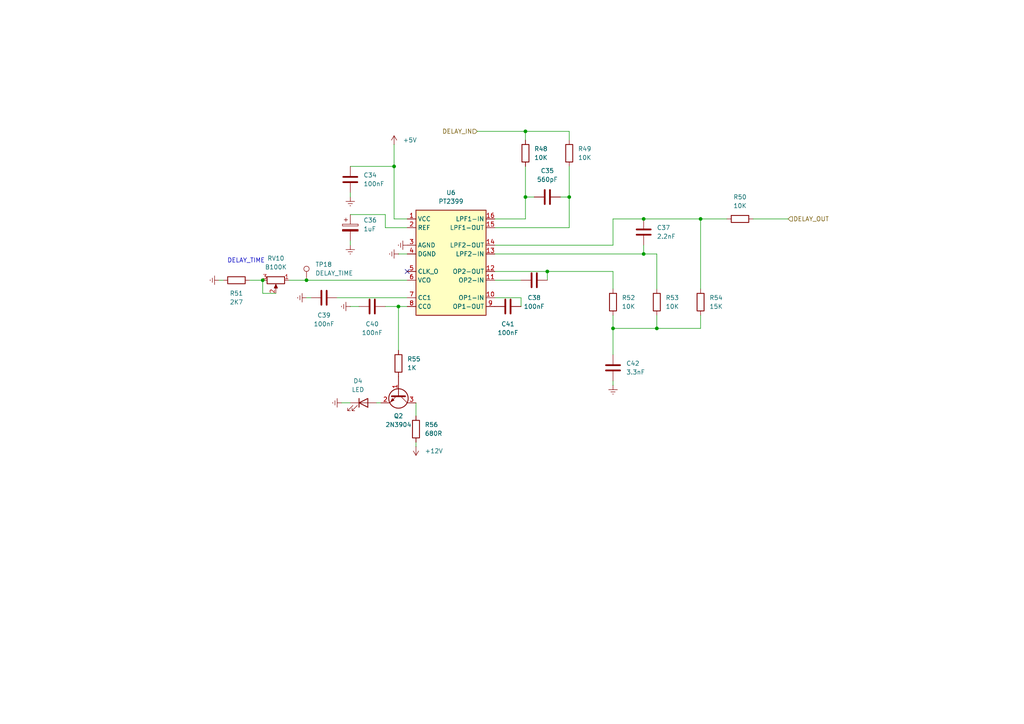
<source format=kicad_sch>
(kicad_sch (version 20231120) (generator "eeschema") (generator_version "8.0")
  (paper "A4")
  (lib_symbols
    (symbol "Audio:PT2399"
      (property "Reference" "U" (at 0 17.78 0))
      (property "Value" "PT2399" (at 0 -17.78 0))
      (symbol "PT2399_0_1"
        (rectangle (start -10.16 15.24) (end 10.16 -15.24) (stroke (width 0.254)) (fill (type background)))
      )
      (symbol "PT2399_1_1"
        (pin power_in line (at -12.7 12.7 0) (length 2.54) (name "VCC") (number "1"))
        (pin input line (at 12.7 -10.16 180) (length 2.54) (name "OP1-IN") (number "10"))
        (pin input line (at 12.7 -5.08 180) (length 2.54) (name "OP2-IN") (number "11"))
        (pin output line (at 12.7 -2.54 180) (length 2.54) (name "OP2-OUT") (number "12"))
        (pin input line (at 12.7 2.54 180) (length 2.54) (name "LPF2-IN") (number "13"))
        (pin output line (at 12.7 5.08 180) (length 2.54) (name "LPF2-OUT") (number "14"))
        (pin output line (at 12.7 10.16 180) (length 2.54) (name "LPF1-OUT") (number "15"))
        (pin input line (at 12.7 12.7 180) (length 2.54) (name "LPF1-IN") (number "16"))
        (pin passive line (at -12.7 10.16 0) (length 2.54) (name "REF") (number "2"))
        (pin power_in line (at -12.7 5.08 0) (length 2.54) (name "AGND") (number "3"))
        (pin power_in line (at -12.7 2.54 0) (length 2.54) (name "DGND") (number "4"))
        (pin passive line (at -12.7 -2.54 0) (length 2.54) (name "CLK_O") (number "5"))
        (pin passive line (at -12.7 -5.08 0) (length 2.54) (name "VCO") (number "6"))
        (pin passive line (at -12.7 -10.16 0) (length 2.54) (name "CC1") (number "7"))
        (pin passive line (at -12.7 -12.7 0) (length 2.54) (name "CC0") (number "8"))
        (pin output line (at 12.7 -12.7 180) (length 2.54) (name "OP1-OUT") (number "9"))
      )
    )
    (symbol "Connector:TestPoint" (pin_numbers hide) (pin_names (offset 0.762) hide)
      (property "Reference" "TP" (at 0 6.858 0))
      (property "Value" "TestPoint" (at 0 5.08 0))
      (symbol "TestPoint_0_1"
        (circle (center 0 3.302) (radius 0.762))
      )
      (symbol "TestPoint_1_1"
        (pin passive line (at 0 0 90) (length 2.54) (name "1") (number "1"))
      )
    )
    (symbol "Device:C" (pin_numbers hide) (pin_names (offset 0.254))
      (property "Reference" "C" (at 0.635 2.54 0))
      (property "Value" "C" (at 0.635 -2.54 0))
      (symbol "C_0_1"
        (polyline (pts (xy -2.032 -0.762) (xy 2.032 -0.762)) (stroke (width 0.508)))
        (polyline (pts (xy -2.032 0.762) (xy 2.032 0.762)) (stroke (width 0.508)))
      )
      (symbol "C_1_1"
        (pin passive line (at 0 3.81 270) (length 2.794) (name "~") (number "1"))
        (pin passive line (at 0 -3.81 90) (length 2.794) (name "~") (number "2"))
      )
    )
    (symbol "Device:C_Polarized" (pin_numbers hide) (pin_names (offset 0.254))
      (property "Reference" "C" (at 0.635 2.54 0))
      (property "Value" "C_Polarized" (at 0.635 -2.54 0))
      (symbol "C_Polarized_0_1"
        (rectangle (start -2.286 0.508) (end 2.286 1.016))
        (polyline (pts (xy -1.778 2.286) (xy -0.762 2.286)))
        (polyline (pts (xy -1.27 2.794) (xy -1.27 1.778)))
        (rectangle (start 2.286 -0.508) (end -2.286 -1.016) (fill (type outline)))
      )
      (symbol "C_Polarized_1_1"
        (pin passive line (at 0 3.81 270) (length 2.794) (name "~") (number "1"))
        (pin passive line (at 0 -3.81 90) (length 2.794) (name "~") (number "2"))
      )
    )
    (symbol "Device:R" (pin_numbers hide) (pin_names (offset 0))
      (property "Reference" "R" (at 2.032 0 90))
      (property "Value" "R" (at 0 0 90))
      (symbol "R_0_1"
        (rectangle (start -1.016 -2.54) (end 1.016 2.54) (stroke (width 0.254)))
      )
      (symbol "R_1_1"
        (pin passive line (at 0 3.81 270) (length 1.27) (name "~") (number "1"))
        (pin passive line (at 0 -3.81 90) (length 1.27) (name "~") (number "2"))
      )
    )
    (symbol "Transistor_BJT:MMBT3904" (pin_names (offset 0) hide)
      (property "Reference" "Q" (at 5.08 1.905 0))
      (property "Value" "MMBT3904" (at 5.08 0 0))
      (symbol "MMBT3904_0_1"
        (polyline (pts (xy 0.635 0.635) (xy 2.54 2.54)))
        (polyline (pts (xy 0.635 -0.635) (xy 2.54 -2.54) (xy 2.54 -2.54)))
        (polyline (pts (xy 0.635 1.905) (xy 0.635 -1.905) (xy 0.635 -1.905)) (stroke (width 0.508)))
        (polyline (pts (xy 1.27 -1.778) (xy 1.778 -1.27) (xy 2.286 -2.286) (xy 1.27 -1.778) (xy 1.27 -1.778)) (fill (type outline)))
        (circle (center 1.27 0) (radius 2.8194) (stroke (width 0.254)))
      )
      (symbol "MMBT3904_1_1"
        (pin input line (at -5.08 0 0) (length 5.715) (name "B") (number "1"))
        (pin passive line (at 2.54 -5.08 90) (length 2.54) (name "E") (number "2"))
        (pin passive line (at 2.54 5.08 270) (length 2.54) (name "C") (number "3"))
      )
    )
    (symbol "power:+12V" (power) (pin_numbers hide) (pin_names (offset 0) hide)
      (property "Value" "+12V" (at 0 3.556 0))
      (symbol "+12V_0_1"
        (polyline (pts (xy -0.762 1.27) (xy 0 2.54)))
        (polyline (pts (xy 0 0) (xy 0 2.54)))
        (polyline (pts (xy 0 2.54) (xy 0.762 1.27)))
      )
      (symbol "+12V_1_1"
        (pin power_in line (at 0 0 90) (length 0) (name "~") (number "1"))
      )
    )
    (symbol "power:+5V" (power) (pin_numbers hide) (pin_names (offset 0) hide)
      (property "Value" "+5V" (at 0 3.556 0))
      (symbol "+5V_0_1"
        (polyline (pts (xy -0.762 1.27) (xy 0 2.54)))
        (polyline (pts (xy 0 0) (xy 0 2.54)))
        (polyline (pts (xy 0 2.54) (xy 0.762 1.27)))
      )
      (symbol "+5V_1_1"
        (pin power_in line (at 0 0 90) (length 0) (name "~") (number "1"))
      )
    )
    (symbol "power:GNDREF" (power) (pin_numbers hide) (pin_names (offset 0) hide)
      (property "Value" "GNDREF" (at 0 -3.81 0))
      (symbol "GNDREF_0_1"
        (polyline (pts (xy -0.635 -1.905) (xy 0.635 -1.905)))
        (polyline (pts (xy -0.127 -2.54) (xy 0.127 -2.54)))
        (polyline (pts (xy 0 -1.27) (xy 0 0)))
        (polyline (pts (xy 1.27 -1.27) (xy -1.27 -1.27)))
      )
      (symbol "GNDREF_1_1"
        (pin power_in line (at 0 0 270) (length 0) (name "~") (number "1"))
      )
    )
    (symbol "synth:LED (3mm)" (pin_numbers hide) (pin_names (offset 1.016) hide)
      (property "Reference" "D" (at 0 2.54 0))
      (property "Value" "LED" (at 0 -2.54 0))
      (symbol "LED (3mm)_0_1"
        (polyline (pts (xy -1.27 -1.27) (xy -1.27 1.27)) (stroke (width 0.254)))
        (polyline (pts (xy -1.27 0) (xy 1.27 0)))
        (polyline (pts (xy 1.27 -1.27) (xy 1.27 1.27) (xy -1.27 0) (xy 1.27 -1.27)) (stroke (width 0.254)))
        (polyline (pts (xy -3.048 -0.762) (xy -4.572 -2.286) (xy -3.81 -2.286) (xy -4.572 -2.286) (xy -4.572 -1.524)))
        (polyline (pts (xy -1.778 -0.762) (xy -3.302 -2.286) (xy -2.54 -2.286) (xy -3.302 -2.286) (xy -3.302 -1.524)))
      )
      (symbol "LED (3mm)_1_1"
        (pin passive line (at -3.81 0 0) (length 2.54) (name "K") (number "1"))
        (pin passive line (at 3.81 0 180) (length 2.54) (name "A") (number "2"))
      )
    )
    (symbol "synth:R_Potentiometer (P0915N)" (pin_names (offset 1.016) hide)
      (property "Reference" "RV" (at -4.445 0 90))
      (property "Value" "R_Potentiometer" (at -2.54 0 90))
      (symbol "R_Potentiometer (P0915N)_0_1"
        (rectangle (start -1.016 2.54) (end 1.016 -2.54) (stroke (width 0.254)))
        (polyline (pts (xy 2.54 0) (xy 1.524 0)))
        (polyline (pts (xy 1.143 0) (xy 2.286 0.508) (xy 2.286 -0.508) (xy 1.143 0)) (fill (type outline)))
      )
      (symbol "R_Potentiometer (P0915N)_1_1"
        (pin passive line (at 0 3.81 270) (length 1.27) (name "1") (number "1"))
        (pin passive line (at 3.81 0 180) (length 1.27) (name "2") (number "2"))
        (pin passive line (at 0 -3.81 90) (length 1.27) (name "3") (number "3"))
      )
    )
  )
  (junction (at 165.1 57.15))
  (junction (at 114.3 48.26))
  (junction (at 76.2 81.28))
  (junction (at 152.4 57.15))
  (junction (at 186.69 63.5))
  (junction (at 88.9 81.28))
  (junction (at 177.8 95.25))
  (junction (at 115.57 88.9))
  (junction (at 152.4 38.1))
  (junction (at 203.2 63.5))
  (junction (at 190.5 95.25))
  (junction (at 186.69 73.66))
  (junction (at 158.75 78.74))
  (no_connect (at 118.11 78.74))
  (wire (pts (xy 151.13 86.36) (xy 151.13 88.9)))
  (wire (pts (xy 114.3 41.91) (xy 114.3 48.26)))
  (wire (pts (xy 80.01 85.09) (xy 76.2 85.09)))
  (wire (pts (xy 177.8 102.87) (xy 177.8 95.25)))
  (wire (pts (xy 165.1 57.15) (xy 165.1 66.04)))
  (wire (pts (xy 120.65 128.27) (xy 120.65 129.54)))
  (wire (pts (xy 111.76 66.04) (xy 118.11 66.04)))
  (wire (pts (xy 111.76 66.04) (xy 111.76 62.23)))
  (wire (pts (xy 110.49 116.84) (xy 109.22 116.84)))
  (wire (pts (xy 143.51 71.12) (xy 177.8 71.12)))
  (wire (pts (xy 203.2 95.25) (xy 190.5 95.25)))
  (wire (pts (xy 115.57 88.9) (xy 118.11 88.9)))
  (wire (pts (xy 203.2 63.5) (xy 186.69 63.5)))
  (wire (pts (xy 114.3 63.5) (xy 118.11 63.5)))
  (wire (pts (xy 152.4 48.26) (xy 152.4 57.15)))
  (wire (pts (xy 165.1 38.1) (xy 165.1 40.64)))
  (wire (pts (xy 101.6 71.12) (xy 101.6 69.85)))
  (wire (pts (xy 186.69 71.12) (xy 186.69 73.66)))
  (wire (pts (xy 190.5 95.25) (xy 177.8 95.25)))
  (wire (pts (xy 111.76 88.9) (xy 115.57 88.9)))
  (wire (pts (xy 120.65 120.65) (xy 120.65 116.84)))
  (wire (pts (xy 76.2 81.28) (xy 72.39 81.28)))
  (wire (pts (xy 158.75 78.74) (xy 143.51 78.74)))
  (wire (pts (xy 152.4 57.15) (xy 152.4 63.5)))
  (wire (pts (xy 177.8 78.74) (xy 158.75 78.74)))
  (wire (pts (xy 101.6 116.84) (xy 99.06 116.84)))
  (wire (pts (xy 151.13 81.28) (xy 143.51 81.28)))
  (wire (pts (xy 203.2 63.5) (xy 203.2 83.82)))
  (wire (pts (xy 83.82 81.28) (xy 88.9 81.28)))
  (wire (pts (xy 151.13 86.36) (xy 143.51 86.36)))
  (wire (pts (xy 165.1 48.26) (xy 165.1 57.15)))
  (wire (pts (xy 165.1 57.15) (xy 162.56 57.15)))
  (wire (pts (xy 152.4 57.15) (xy 154.94 57.15)))
  (wire (pts (xy 63.5 81.28) (xy 64.77 81.28)))
  (wire (pts (xy 177.8 110.49) (xy 177.8 111.76)))
  (wire (pts (xy 177.8 95.25) (xy 177.8 91.44)))
  (wire (pts (xy 190.5 91.44) (xy 190.5 95.25)))
  (wire (pts (xy 165.1 38.1) (xy 152.4 38.1)))
  (wire (pts (xy 115.57 73.66) (xy 118.11 73.66)))
  (wire (pts (xy 177.8 71.12) (xy 177.8 63.5)))
  (wire (pts (xy 152.4 38.1) (xy 138.43 38.1)))
  (wire (pts (xy 101.6 48.26) (xy 114.3 48.26)))
  (wire (pts (xy 118.11 86.36) (xy 97.79 86.36)))
  (wire (pts (xy 101.6 57.15) (xy 101.6 55.88)))
  (wire (pts (xy 186.69 73.66) (xy 143.51 73.66)))
  (wire (pts (xy 111.76 62.23) (xy 101.6 62.23)))
  (wire (pts (xy 218.44 63.5) (xy 228.6 63.5)))
  (wire (pts (xy 152.4 63.5) (xy 143.51 63.5)))
  (wire (pts (xy 114.3 48.26) (xy 114.3 63.5)))
  (wire (pts (xy 203.2 63.5) (xy 210.82 63.5)))
  (wire (pts (xy 88.9 86.36) (xy 90.17 86.36)))
  (wire (pts (xy 152.4 38.1) (xy 152.4 40.64)))
  (wire (pts (xy 190.5 73.66) (xy 190.5 83.82)))
  (wire (pts (xy 158.75 78.74) (xy 158.75 81.28)))
  (wire (pts (xy 203.2 91.44) (xy 203.2 95.25)))
  (wire (pts (xy 165.1 66.04) (xy 143.51 66.04)))
  (wire (pts (xy 76.2 85.09) (xy 76.2 81.28)))
  (wire (pts (xy 177.8 78.74) (xy 177.8 83.82)))
  (wire (pts (xy 115.57 101.6) (xy 115.57 88.9)))
  (wire (pts (xy 118.11 81.28) (xy 88.9 81.28)))
  (wire (pts (xy 101.6 88.9) (xy 104.14 88.9)))
  (wire (pts (xy 186.69 63.5) (xy 177.8 63.5)))
  (wire (pts (xy 190.5 73.66) (xy 186.69 73.66)))
  (text "DELAY_TIME" (at 71.374 75.692 0) (effects (font (size 1.27 1.27))))
  (hierarchical_label "DELAY_OUT" (shape input) (at 228.6 63.5 0))
  (hierarchical_label "DELAY_IN" (shape input) (at 138.43 38.1 180))
  (symbol (lib_id "Device:C") (at 177.8 106.68 0) (unit 1)
    (property "Reference" "C42" (at 181.61 105.4099 0) (effects (justify left)))
    (property "Value" "3.3nF" (at 181.61 107.9499 0) (effects (justify left)))
    (property "Footprint" "Capacitor_SMD:C_0805_2012Metric_Pad1.18x1.45mm_HandSolder" (effects (hide yes)))
    (property "Description" "Unpolarized capacitor" (effects (hide yes)))
    (instances (project "ricochet" (path "" (reference "C42") (unit 1)) (path "" (reference "C28") (unit 1))))
  )
  (symbol (lib_id "synth:R_Potentiometer (P0915N)") (at 80.01 81.28 270) (unit 1)
    (property "Reference" "RV10" (at 80.01 74.93 90))
    (property "Value" "B100K" (at 80.01 77.47 90))
    (property "Footprint" "Synth:Potentiometer_TT_P0915N" (effects (hide yes)))
    (property "Description" "Potentiometer" (effects (hide yes)))
    (instances (project "ricochet" (path "" (reference "RV10") (unit 1)) (path "" (reference "RV6") (unit 1))))
  )
  (symbol (lib_id "Audio:PT2399") (at 130.81 76.2 0) (unit 1)
    (property "Reference" "U6" (at 130.81 55.88 0))
    (property "Value" "PT2399" (at 130.81 58.42 0))
    (property "Footprint" "Synth:SOIC-16" (effects (hide yes)))
    (property "Datasheet" "http://www.princeton.com.tw/Portals/0/Product/PT2399_1.pdf" (effects (hide yes)))
    (property "Description" "Echo Processor IC, DIP-16" (effects (hide yes)))
    (instances (project "ricochet" (path "" (reference "U6") (unit 1)) (path "" (reference "U5") (unit 1))))
  )
  (symbol (lib_id "power:GNDREF") (at 118.11 71.12 270) (unit 1)
    (property "Reference" "#PWR061" (effects (hide yes)))
    (property "Value" "GNDREF" (effects (hide yes)))
    (property "Description" "Power symbol creates a global label with name \"GNDREF\" , reference supply ground" (effects (hide yes)))
    (instances (project "ricochet" (path "" (reference "#PWR061") (unit 1)) (path "" (reference "#PWR043") (unit 1))))
  )
  (symbol (lib_id "Device:R") (at 177.8 87.63 180) (unit 1)
    (property "Reference" "R52" (at 180.34 86.3599 0) (effects (justify right)))
    (property "Value" "10K" (at 180.34 88.8999 0) (effects (justify right)))
    (property "Footprint" "Resistor_SMD:R_0805_2012Metric_Pad1.20x1.40mm_HandSolder" (effects (hide yes)))
    (property "Description" "Resistor" (effects (hide yes)))
    (instances (project "ricochet" (path "" (reference "R52") (unit 1)) (path "" (reference "R26") (unit 1))))
  )
  (symbol (lib_id "Device:R") (at 120.65 124.46 0) (unit 1)
    (property "Reference" "R56" (at 123.19 123.1899 0) (effects (justify left)))
    (property "Value" "680R" (at 123.19 125.7299 0) (effects (justify left)))
    (property "Footprint" "Resistor_SMD:R_0805_2012Metric_Pad1.20x1.40mm_HandSolder" (effects (hide yes)))
    (property "Description" "Resistor" (effects (hide yes)))
    (instances (project "ricochet" (path "" (reference "R56") (unit 1)) (path "" (reference "R30") (unit 1))))
  )
  (symbol (lib_id "Device:C") (at 101.6 52.07 180) (unit 1)
    (property "Reference" "C34" (at 105.41 50.7999 0) (effects (justify right)))
    (property "Value" "100nF" (at 105.41 53.3399 0) (effects (justify right)))
    (property "Footprint" "Capacitor_SMD:C_0805_2012Metric_Pad1.18x1.45mm_HandSolder" (effects (hide yes)))
    (property "Description" "Unpolarized capacitor" (effects (hide yes)))
    (instances (project "ricochet" (path "" (reference "C34") (unit 1)) (path "" (reference "C20") (unit 1))))
  )
  (symbol (lib_id "Device:C") (at 107.95 88.9 270) (unit 1)
    (property "Reference" "C40" (at 107.95 93.98 90))
    (property "Value" "100nF" (at 107.95 96.52 90))
    (property "Footprint" "Capacitor_SMD:C_0805_2012Metric_Pad1.18x1.45mm_HandSolder" (effects (hide yes)))
    (property "Description" "Unpolarized capacitor" (effects (hide yes)))
    (instances (project "ricochet" (path "" (reference "C40") (unit 1)) (path "" (reference "C26") (unit 1))))
  )
  (symbol (lib_id "Device:C") (at 186.69 67.31 0) (unit 1)
    (property "Reference" "C37" (at 190.5 66.0399 0) (effects (justify left)))
    (property "Value" "2.2nF" (at 190.5 68.5799 0) (effects (justify left)))
    (property "Footprint" "Capacitor_SMD:C_0805_2012Metric_Pad1.18x1.45mm_HandSolder" (effects (hide yes)))
    (property "Description" "Unpolarized capacitor" (effects (hide yes)))
    (instances (project "ricochet" (path "" (reference "C37") (unit 1)) (path "" (reference "C23") (unit 1))))
  )
  (symbol (lib_id "synth:LED (3mm)") (at 105.41 116.84 0) (unit 1)
    (property "Reference" "D4" (at 103.8225 110.49 0))
    (property "Value" "LED" (at 103.8225 113.03 0))
    (property "Footprint" "Synth:LED_D3.0mm" (effects (hide yes)))
    (property "Description" "Light emitting diode" (effects (hide yes)))
    (instances (project "ricochet" (path "" (reference "D4") (unit 1)) (path "" (reference "D3") (unit 1))))
  )
  (symbol (lib_id "Device:R") (at 152.4 44.45 0) (unit 1)
    (property "Reference" "R48" (at 154.94 43.1799 0) (effects (justify left)))
    (property "Value" "10K" (at 154.94 45.7199 0) (effects (justify left)))
    (property "Footprint" "Resistor_SMD:R_0805_2012Metric_Pad1.20x1.40mm_HandSolder" (effects (hide yes)))
    (property "Description" "Resistor" (effects (hide yes)))
    (instances (project "ricochet" (path "" (reference "R48") (unit 1)) (path "" (reference "R22") (unit 1))))
  )
  (symbol (lib_id "power:GNDREF") (at 88.9 86.36 270) (unit 1)
    (property "Reference" "#PWR064" (effects (hide yes)))
    (property "Value" "GNDREF" (effects (hide yes)))
    (property "Description" "Power symbol creates a global label with name \"GNDREF\" , reference supply ground" (effects (hide yes)))
    (instances (project "ricochet" (path "" (reference "#PWR064") (unit 1)) (path "" (reference "#PWR046") (unit 1))))
  )
  (symbol (lib_id "Connector:TestPoint") (at 88.9 81.28 0) (unit 1) (in_bom no)
    (property "Reference" "TP18" (at 91.44 76.7079 0) (effects (justify left)))
    (property "Value" "DELAY_TIME" (at 91.44 79.2479 0) (effects (justify left)))
    (property "Footprint" "Connector_Pin:Pin_D1.0mm_L10.0mm" (effects (hide yes)))
    (property "Description" "test point" (effects (hide yes)))
    (instances (project "ricochet" (path "" (reference "TP18") (unit 1)) (path "" (reference "TP17") (unit 1))))
  )
  (symbol (lib_id "Transistor_BJT:MMBT3904") (at 115.57 114.3 270) (unit 1)
    (property "Reference" "Q2" (at 115.57 120.65 90))
    (property "Value" "2N3904" (at 115.57 123.19 90))
    (property "Footprint" "Package_TO_SOT_SMD:SOT-23" (effects (hide yes)))
    (property "Datasheet" "https://www.onsemi.com/pdf/datasheet/pzt3904-d.pdf" (effects (hide yes)))
    (property "Description" "0.2A Ic, 40V Vce, Small Signal NPN Transistor, SOT-23" (effects (hide yes)))
    (instances (project "ricochet" (path "" (reference "Q2") (unit 1)) (path "" (reference "Q1") (unit 1))))
  )
  (symbol (lib_id "Device:R") (at 190.5 87.63 180) (unit 1)
    (property "Reference" "R53" (at 193.04 86.3599 0) (effects (justify right)))
    (property "Value" "10K" (at 193.04 88.8999 0) (effects (justify right)))
    (property "Footprint" "Resistor_SMD:R_0805_2012Metric_Pad1.20x1.40mm_HandSolder" (effects (hide yes)))
    (property "Description" "Resistor" (effects (hide yes)))
    (instances (project "ricochet" (path "" (reference "R53") (unit 1)) (path "" (reference "R27") (unit 1))))
  )
  (symbol (lib_id "Device:C") (at 147.32 88.9 270) (unit 1)
    (property "Reference" "C41" (at 147.32 93.98 90))
    (property "Value" "100nF" (at 147.32 96.52 90))
    (property "Footprint" "Capacitor_SMD:C_0805_2012Metric_Pad1.18x1.45mm_HandSolder" (effects (hide yes)))
    (property "Description" "Unpolarized capacitor" (effects (hide yes)))
    (instances (project "ricochet" (path "" (reference "C41") (unit 1)) (path "" (reference "C27") (unit 1))))
  )
  (symbol (lib_id "Device:R") (at 115.57 105.41 0) (unit 1)
    (property "Reference" "R55" (at 118.11 104.1399 0) (effects (justify left)))
    (property "Value" "1K" (at 118.11 106.6799 0) (effects (justify left)))
    (property "Footprint" "Resistor_SMD:R_0805_2012Metric_Pad1.20x1.40mm_HandSolder" (effects (hide yes)))
    (property "Description" "Resistor" (effects (hide yes)))
    (instances (project "ricochet" (path "" (reference "R55") (unit 1)) (path "" (reference "R29") (unit 1))))
  )
  (symbol (lib_id "power:GNDREF") (at 99.06 116.84 270) (unit 1)
    (property "Reference" "#PWR067" (effects (hide yes)))
    (property "Value" "GNDREF" (effects (hide yes)))
    (property "Description" "Power symbol creates a global label with name \"GNDREF\" , reference supply ground" (effects (hide yes)))
    (instances (project "ricochet" (path "" (reference "#PWR067") (unit 1)) (path "" (reference "#PWR049") (unit 1))))
  )
  (symbol (lib_id "Device:C") (at 158.75 57.15 90) (unit 1)
    (property "Reference" "C35" (at 158.75 49.53 90))
    (property "Value" "560pF" (at 158.75 52.07 90))
    (property "Footprint" "Capacitor_SMD:C_0805_2012Metric_Pad1.18x1.45mm_HandSolder" (effects (hide yes)))
    (property "Description" "Unpolarized capacitor" (effects (hide yes)))
    (instances (project "ricochet" (path "" (reference "C35") (unit 1)) (path "" (reference "C21") (unit 1))))
  )
  (symbol (lib_id "power:GNDREF") (at 115.57 73.66 270) (unit 1)
    (property "Reference" "#PWR062" (effects (hide yes)))
    (property "Value" "GNDREF" (effects (hide yes)))
    (property "Description" "Power symbol creates a global label with name \"GNDREF\" , reference supply ground" (effects (hide yes)))
    (instances (project "ricochet" (path "" (reference "#PWR062") (unit 1)) (path "" (reference "#PWR044") (unit 1))))
  )
  (symbol (lib_id "Device:C") (at 154.94 81.28 270) (unit 1)
    (property "Reference" "C38" (at 154.94 86.36 90))
    (property "Value" "100nF" (at 154.94 88.9 90))
    (property "Footprint" "Capacitor_SMD:C_0805_2012Metric_Pad1.18x1.45mm_HandSolder" (effects (hide yes)))
    (property "Description" "Unpolarized capacitor" (effects (hide yes)))
    (instances (project "ricochet" (path "" (reference "C38") (unit 1)) (path "" (reference "C24") (unit 1))))
  )
  (symbol (lib_id "Device:C_Polarized") (at 101.6 66.04 0) (unit 1)
    (property "Reference" "C36" (at 105.41 63.8809 0) (effects (justify left)))
    (property "Value" "1uF" (at 105.41 66.4209 0) (effects (justify left)))
    (property "Footprint" "Capacitor_THT:CP_Radial_D4.0mm_P2.00mm" (effects (hide yes)))
    (property "Description" "Polarized capacitor" (effects (hide yes)))
    (instances (project "ricochet" (path "" (reference "C36") (unit 1)) (path "" (reference "C22") (unit 1))))
  )
  (symbol (lib_id "Device:R") (at 165.1 44.45 0) (unit 1)
    (property "Reference" "R49" (at 167.64 43.1799 0) (effects (justify left)))
    (property "Value" "10K" (at 167.64 45.7199 0) (effects (justify left)))
    (property "Footprint" "Resistor_SMD:R_0805_2012Metric_Pad1.20x1.40mm_HandSolder" (effects (hide yes)))
    (property "Description" "Resistor" (effects (hide yes)))
    (instances (project "ricochet" (path "" (reference "R49") (unit 1)) (path "" (reference "R23") (unit 1))))
  )
  (symbol (lib_id "power:GNDREF") (at 101.6 88.9 270) (unit 1)
    (property "Reference" "#PWR065" (effects (hide yes)))
    (property "Value" "GNDREF" (effects (hide yes)))
    (property "Description" "Power symbol creates a global label with name \"GNDREF\" , reference supply ground" (effects (hide yes)))
    (instances (project "ricochet" (path "" (reference "#PWR065") (unit 1)) (path "" (reference "#PWR047") (unit 1))))
  )
  (symbol (lib_id "power:GNDREF") (at 177.8 111.76 0) (unit 1)
    (property "Reference" "#PWR066" (effects (hide yes)))
    (property "Value" "GNDREF" (effects (hide yes)))
    (property "Description" "Power symbol creates a global label with name \"GNDREF\" , reference supply ground" (effects (hide yes)))
    (instances (project "ricochet" (path "" (reference "#PWR066") (unit 1)) (path "" (reference "#PWR048") (unit 1))))
  )
  (symbol (lib_id "power:GNDREF") (at 101.6 71.12 0) (unit 1)
    (property "Reference" "#PWR060" (effects (hide yes)))
    (property "Value" "GNDREF" (effects (hide yes)))
    (property "Description" "Power symbol creates a global label with name \"GNDREF\" , reference supply ground" (effects (hide yes)))
    (instances (project "ricochet" (path "" (reference "#PWR060") (unit 1)) (path "" (reference "#PWR042") (unit 1))))
  )
  (symbol (lib_id "Device:R") (at 203.2 87.63 180) (unit 1)
    (property "Reference" "R54" (at 205.74 86.3599 0) (effects (justify right)))
    (property "Value" "15K" (at 205.74 88.8999 0) (effects (justify right)))
    (property "Footprint" "Resistor_SMD:R_0805_2012Metric_Pad1.20x1.40mm_HandSolder" (effects (hide yes)))
    (property "Description" "Resistor" (effects (hide yes)))
    (instances (project "ricochet" (path "" (reference "R54") (unit 1)) (path "" (reference "R28") (unit 1))))
  )
  (symbol (lib_id "power:+5V") (at 114.3 41.91 0) (unit 1)
    (property "Reference" "#PWR058" (effects (hide yes)))
    (property "Value" "+5V" (at 116.84 40.6399 0) (effects (justify left)))
    (property "Description" "Power symbol creates a global label with name \"+5V\"" (effects (hide yes)))
    (instances (project "ricochet" (path "" (reference "#PWR058") (unit 1)) (path "" (reference "#PWR040") (unit 1))))
  )
  (symbol (lib_id "power:+12V") (at 120.65 129.54 180) (unit 1)
    (property "Reference" "#PWR068" (effects (hide yes)))
    (property "Value" "+12V" (at 123.19 130.8099 0) (effects (justify right)))
    (property "Description" "Power symbol creates a global label with name \"+12V\"" (effects (hide yes)))
    (instances (project "ricochet" (path "" (reference "#PWR068") (unit 1)) (path "" (reference "#PWR050") (unit 1))))
  )
  (symbol (lib_id "Device:R") (at 68.58 81.28 90) (unit 1)
    (property "Reference" "R51" (at 68.58 85.09 90))
    (property "Value" "2K7" (at 68.58 87.63 90))
    (property "Footprint" "Resistor_SMD:R_0805_2012Metric_Pad1.20x1.40mm_HandSolder" (effects (hide yes)))
    (property "Description" "Resistor" (effects (hide yes)))
    (instances (project "ricochet" (path "" (reference "R51") (unit 1)) (path "" (reference "R25") (unit 1))))
  )
  (symbol (lib_id "power:GNDREF") (at 63.5 81.28 270) (unit 1)
    (property "Reference" "#PWR063" (effects (hide yes)))
    (property "Value" "GNDREF" (effects (hide yes)))
    (property "Description" "Power symbol creates a global label with name \"GNDREF\" , reference supply ground" (effects (hide yes)))
    (instances (project "ricochet" (path "" (reference "#PWR063") (unit 1)) (path "" (reference "#PWR045") (unit 1))))
  )
  (symbol (lib_id "Device:C") (at 93.98 86.36 90) (unit 1)
    (property "Reference" "C39" (at 93.98 91.44 90))
    (property "Value" "100nF" (at 93.98 93.98 90))
    (property "Footprint" "Capacitor_SMD:C_0805_2012Metric_Pad1.18x1.45mm_HandSolder" (effects (hide yes)))
    (property "Description" "Unpolarized capacitor" (effects (hide yes)))
    (instances (project "ricochet" (path "" (reference "C39") (unit 1)) (path "" (reference "C25") (unit 1))))
  )
  (symbol (lib_id "Device:R") (at 214.63 63.5 90) (unit 1)
    (property "Reference" "R50" (at 214.63 57.15 90))
    (property "Value" "10K" (at 214.63 59.69 90))
    (property "Footprint" "Resistor_SMD:R_0805_2012Metric_Pad1.20x1.40mm_HandSolder" (effects (hide yes)))
    (property "Description" "Resistor" (effects (hide yes)))
    (instances (project "ricochet" (path "" (reference "R50") (unit 1)) (path "" (reference "R24") (unit 1))))
  )
  (symbol (lib_id "power:GNDREF") (at 101.6 57.15 0) (unit 1)
    (property "Reference" "#PWR059" (effects (hide yes)))
    (property "Value" "GNDREF" (effects (hide yes)))
    (property "Description" "Power symbol creates a global label with name \"GNDREF\" , reference supply ground" (effects (hide yes)))
    (instances (project "ricochet" (path "" (reference "#PWR059") (unit 1)) (path "" (reference "#PWR041") (unit 1))))
  )
)
</source>
